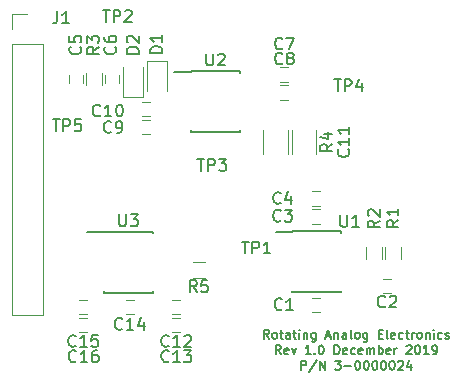
<source format=gbr>
G04 #@! TF.GenerationSoftware,KiCad,Pcbnew,(5.1.4)-1*
G04 #@! TF.CreationDate,2019-12-30T10:40:50-06:00*
G04 #@! TF.ProjectId,analog_pcb,616e616c-6f67-45f7-9063-622e6b696361,rev?*
G04 #@! TF.SameCoordinates,Original*
G04 #@! TF.FileFunction,Legend,Top*
G04 #@! TF.FilePolarity,Positive*
%FSLAX46Y46*%
G04 Gerber Fmt 4.6, Leading zero omitted, Abs format (unit mm)*
G04 Created by KiCad (PCBNEW (5.1.4)-1) date 2019-12-30 10:40:50*
%MOMM*%
%LPD*%
G04 APERTURE LIST*
%ADD10C,0.177800*%
%ADD11C,0.120000*%
%ADD12C,0.150000*%
G04 APERTURE END LIST*
D10*
X137377714Y-93003914D02*
X137123714Y-92641057D01*
X136942285Y-93003914D02*
X136942285Y-92241914D01*
X137232571Y-92241914D01*
X137305142Y-92278200D01*
X137341428Y-92314485D01*
X137377714Y-92387057D01*
X137377714Y-92495914D01*
X137341428Y-92568485D01*
X137305142Y-92604771D01*
X137232571Y-92641057D01*
X136942285Y-92641057D01*
X137813142Y-93003914D02*
X137740571Y-92967628D01*
X137704285Y-92931342D01*
X137668000Y-92858771D01*
X137668000Y-92641057D01*
X137704285Y-92568485D01*
X137740571Y-92532200D01*
X137813142Y-92495914D01*
X137922000Y-92495914D01*
X137994571Y-92532200D01*
X138030857Y-92568485D01*
X138067142Y-92641057D01*
X138067142Y-92858771D01*
X138030857Y-92931342D01*
X137994571Y-92967628D01*
X137922000Y-93003914D01*
X137813142Y-93003914D01*
X138284857Y-92495914D02*
X138575142Y-92495914D01*
X138393714Y-92241914D02*
X138393714Y-92895057D01*
X138430000Y-92967628D01*
X138502571Y-93003914D01*
X138575142Y-93003914D01*
X139155714Y-93003914D02*
X139155714Y-92604771D01*
X139119428Y-92532200D01*
X139046857Y-92495914D01*
X138901714Y-92495914D01*
X138829142Y-92532200D01*
X139155714Y-92967628D02*
X139083142Y-93003914D01*
X138901714Y-93003914D01*
X138829142Y-92967628D01*
X138792857Y-92895057D01*
X138792857Y-92822485D01*
X138829142Y-92749914D01*
X138901714Y-92713628D01*
X139083142Y-92713628D01*
X139155714Y-92677342D01*
X139409714Y-92495914D02*
X139700000Y-92495914D01*
X139518571Y-92241914D02*
X139518571Y-92895057D01*
X139554857Y-92967628D01*
X139627428Y-93003914D01*
X139700000Y-93003914D01*
X139954000Y-93003914D02*
X139954000Y-92495914D01*
X139954000Y-92241914D02*
X139917714Y-92278200D01*
X139954000Y-92314485D01*
X139990285Y-92278200D01*
X139954000Y-92241914D01*
X139954000Y-92314485D01*
X140316857Y-92495914D02*
X140316857Y-93003914D01*
X140316857Y-92568485D02*
X140353142Y-92532200D01*
X140425714Y-92495914D01*
X140534571Y-92495914D01*
X140607142Y-92532200D01*
X140643428Y-92604771D01*
X140643428Y-93003914D01*
X141332857Y-92495914D02*
X141332857Y-93112771D01*
X141296571Y-93185342D01*
X141260285Y-93221628D01*
X141187714Y-93257914D01*
X141078857Y-93257914D01*
X141006285Y-93221628D01*
X141332857Y-92967628D02*
X141260285Y-93003914D01*
X141115142Y-93003914D01*
X141042571Y-92967628D01*
X141006285Y-92931342D01*
X140970000Y-92858771D01*
X140970000Y-92641057D01*
X141006285Y-92568485D01*
X141042571Y-92532200D01*
X141115142Y-92495914D01*
X141260285Y-92495914D01*
X141332857Y-92532200D01*
X142240000Y-92786200D02*
X142602857Y-92786200D01*
X142167428Y-93003914D02*
X142421428Y-92241914D01*
X142675428Y-93003914D01*
X142929428Y-92495914D02*
X142929428Y-93003914D01*
X142929428Y-92568485D02*
X142965714Y-92532200D01*
X143038285Y-92495914D01*
X143147142Y-92495914D01*
X143219714Y-92532200D01*
X143256000Y-92604771D01*
X143256000Y-93003914D01*
X143945428Y-93003914D02*
X143945428Y-92604771D01*
X143909142Y-92532200D01*
X143836571Y-92495914D01*
X143691428Y-92495914D01*
X143618857Y-92532200D01*
X143945428Y-92967628D02*
X143872857Y-93003914D01*
X143691428Y-93003914D01*
X143618857Y-92967628D01*
X143582571Y-92895057D01*
X143582571Y-92822485D01*
X143618857Y-92749914D01*
X143691428Y-92713628D01*
X143872857Y-92713628D01*
X143945428Y-92677342D01*
X144417142Y-93003914D02*
X144344571Y-92967628D01*
X144308285Y-92895057D01*
X144308285Y-92241914D01*
X144816285Y-93003914D02*
X144743714Y-92967628D01*
X144707428Y-92931342D01*
X144671142Y-92858771D01*
X144671142Y-92641057D01*
X144707428Y-92568485D01*
X144743714Y-92532200D01*
X144816285Y-92495914D01*
X144925142Y-92495914D01*
X144997714Y-92532200D01*
X145034000Y-92568485D01*
X145070285Y-92641057D01*
X145070285Y-92858771D01*
X145034000Y-92931342D01*
X144997714Y-92967628D01*
X144925142Y-93003914D01*
X144816285Y-93003914D01*
X145723428Y-92495914D02*
X145723428Y-93112771D01*
X145687142Y-93185342D01*
X145650857Y-93221628D01*
X145578285Y-93257914D01*
X145469428Y-93257914D01*
X145396857Y-93221628D01*
X145723428Y-92967628D02*
X145650857Y-93003914D01*
X145505714Y-93003914D01*
X145433142Y-92967628D01*
X145396857Y-92931342D01*
X145360571Y-92858771D01*
X145360571Y-92641057D01*
X145396857Y-92568485D01*
X145433142Y-92532200D01*
X145505714Y-92495914D01*
X145650857Y-92495914D01*
X145723428Y-92532200D01*
X146666857Y-92604771D02*
X146920857Y-92604771D01*
X147029714Y-93003914D02*
X146666857Y-93003914D01*
X146666857Y-92241914D01*
X147029714Y-92241914D01*
X147465142Y-93003914D02*
X147392571Y-92967628D01*
X147356285Y-92895057D01*
X147356285Y-92241914D01*
X148045714Y-92967628D02*
X147973142Y-93003914D01*
X147828000Y-93003914D01*
X147755428Y-92967628D01*
X147719142Y-92895057D01*
X147719142Y-92604771D01*
X147755428Y-92532200D01*
X147828000Y-92495914D01*
X147973142Y-92495914D01*
X148045714Y-92532200D01*
X148082000Y-92604771D01*
X148082000Y-92677342D01*
X147719142Y-92749914D01*
X148735142Y-92967628D02*
X148662571Y-93003914D01*
X148517428Y-93003914D01*
X148444857Y-92967628D01*
X148408571Y-92931342D01*
X148372285Y-92858771D01*
X148372285Y-92641057D01*
X148408571Y-92568485D01*
X148444857Y-92532200D01*
X148517428Y-92495914D01*
X148662571Y-92495914D01*
X148735142Y-92532200D01*
X148952857Y-92495914D02*
X149243142Y-92495914D01*
X149061714Y-92241914D02*
X149061714Y-92895057D01*
X149098000Y-92967628D01*
X149170571Y-93003914D01*
X149243142Y-93003914D01*
X149497142Y-93003914D02*
X149497142Y-92495914D01*
X149497142Y-92641057D02*
X149533428Y-92568485D01*
X149569714Y-92532200D01*
X149642285Y-92495914D01*
X149714857Y-92495914D01*
X150077714Y-93003914D02*
X150005142Y-92967628D01*
X149968857Y-92931342D01*
X149932571Y-92858771D01*
X149932571Y-92641057D01*
X149968857Y-92568485D01*
X150005142Y-92532200D01*
X150077714Y-92495914D01*
X150186571Y-92495914D01*
X150259142Y-92532200D01*
X150295428Y-92568485D01*
X150331714Y-92641057D01*
X150331714Y-92858771D01*
X150295428Y-92931342D01*
X150259142Y-92967628D01*
X150186571Y-93003914D01*
X150077714Y-93003914D01*
X150658285Y-92495914D02*
X150658285Y-93003914D01*
X150658285Y-92568485D02*
X150694571Y-92532200D01*
X150767142Y-92495914D01*
X150876000Y-92495914D01*
X150948571Y-92532200D01*
X150984857Y-92604771D01*
X150984857Y-93003914D01*
X151347714Y-93003914D02*
X151347714Y-92495914D01*
X151347714Y-92241914D02*
X151311428Y-92278200D01*
X151347714Y-92314485D01*
X151384000Y-92278200D01*
X151347714Y-92241914D01*
X151347714Y-92314485D01*
X152037142Y-92967628D02*
X151964571Y-93003914D01*
X151819428Y-93003914D01*
X151746857Y-92967628D01*
X151710571Y-92931342D01*
X151674285Y-92858771D01*
X151674285Y-92641057D01*
X151710571Y-92568485D01*
X151746857Y-92532200D01*
X151819428Y-92495914D01*
X151964571Y-92495914D01*
X152037142Y-92532200D01*
X152327428Y-92967628D02*
X152400000Y-93003914D01*
X152545142Y-93003914D01*
X152617714Y-92967628D01*
X152654000Y-92895057D01*
X152654000Y-92858771D01*
X152617714Y-92786200D01*
X152545142Y-92749914D01*
X152436285Y-92749914D01*
X152363714Y-92713628D01*
X152327428Y-92641057D01*
X152327428Y-92604771D01*
X152363714Y-92532200D01*
X152436285Y-92495914D01*
X152545142Y-92495914D01*
X152617714Y-92532200D01*
X138393714Y-94324714D02*
X138139714Y-93961857D01*
X137958285Y-94324714D02*
X137958285Y-93562714D01*
X138248571Y-93562714D01*
X138321142Y-93599000D01*
X138357428Y-93635285D01*
X138393714Y-93707857D01*
X138393714Y-93816714D01*
X138357428Y-93889285D01*
X138321142Y-93925571D01*
X138248571Y-93961857D01*
X137958285Y-93961857D01*
X139010571Y-94288428D02*
X138938000Y-94324714D01*
X138792857Y-94324714D01*
X138720285Y-94288428D01*
X138684000Y-94215857D01*
X138684000Y-93925571D01*
X138720285Y-93853000D01*
X138792857Y-93816714D01*
X138938000Y-93816714D01*
X139010571Y-93853000D01*
X139046857Y-93925571D01*
X139046857Y-93998142D01*
X138684000Y-94070714D01*
X139300857Y-93816714D02*
X139482285Y-94324714D01*
X139663714Y-93816714D01*
X140933714Y-94324714D02*
X140498285Y-94324714D01*
X140716000Y-94324714D02*
X140716000Y-93562714D01*
X140643428Y-93671571D01*
X140570857Y-93744142D01*
X140498285Y-93780428D01*
X141260285Y-94252142D02*
X141296571Y-94288428D01*
X141260285Y-94324714D01*
X141224000Y-94288428D01*
X141260285Y-94252142D01*
X141260285Y-94324714D01*
X141768285Y-93562714D02*
X141840857Y-93562714D01*
X141913428Y-93599000D01*
X141949714Y-93635285D01*
X141986000Y-93707857D01*
X142022285Y-93853000D01*
X142022285Y-94034428D01*
X141986000Y-94179571D01*
X141949714Y-94252142D01*
X141913428Y-94288428D01*
X141840857Y-94324714D01*
X141768285Y-94324714D01*
X141695714Y-94288428D01*
X141659428Y-94252142D01*
X141623142Y-94179571D01*
X141586857Y-94034428D01*
X141586857Y-93853000D01*
X141623142Y-93707857D01*
X141659428Y-93635285D01*
X141695714Y-93599000D01*
X141768285Y-93562714D01*
X142929428Y-94324714D02*
X142929428Y-93562714D01*
X143110857Y-93562714D01*
X143219714Y-93599000D01*
X143292285Y-93671571D01*
X143328571Y-93744142D01*
X143364857Y-93889285D01*
X143364857Y-93998142D01*
X143328571Y-94143285D01*
X143292285Y-94215857D01*
X143219714Y-94288428D01*
X143110857Y-94324714D01*
X142929428Y-94324714D01*
X143981714Y-94288428D02*
X143909142Y-94324714D01*
X143764000Y-94324714D01*
X143691428Y-94288428D01*
X143655142Y-94215857D01*
X143655142Y-93925571D01*
X143691428Y-93853000D01*
X143764000Y-93816714D01*
X143909142Y-93816714D01*
X143981714Y-93853000D01*
X144018000Y-93925571D01*
X144018000Y-93998142D01*
X143655142Y-94070714D01*
X144671142Y-94288428D02*
X144598571Y-94324714D01*
X144453428Y-94324714D01*
X144380857Y-94288428D01*
X144344571Y-94252142D01*
X144308285Y-94179571D01*
X144308285Y-93961857D01*
X144344571Y-93889285D01*
X144380857Y-93853000D01*
X144453428Y-93816714D01*
X144598571Y-93816714D01*
X144671142Y-93853000D01*
X145288000Y-94288428D02*
X145215428Y-94324714D01*
X145070285Y-94324714D01*
X144997714Y-94288428D01*
X144961428Y-94215857D01*
X144961428Y-93925571D01*
X144997714Y-93853000D01*
X145070285Y-93816714D01*
X145215428Y-93816714D01*
X145288000Y-93853000D01*
X145324285Y-93925571D01*
X145324285Y-93998142D01*
X144961428Y-94070714D01*
X145650857Y-94324714D02*
X145650857Y-93816714D01*
X145650857Y-93889285D02*
X145687142Y-93853000D01*
X145759714Y-93816714D01*
X145868571Y-93816714D01*
X145941142Y-93853000D01*
X145977428Y-93925571D01*
X145977428Y-94324714D01*
X145977428Y-93925571D02*
X146013714Y-93853000D01*
X146086285Y-93816714D01*
X146195142Y-93816714D01*
X146267714Y-93853000D01*
X146304000Y-93925571D01*
X146304000Y-94324714D01*
X146666857Y-94324714D02*
X146666857Y-93562714D01*
X146666857Y-93853000D02*
X146739428Y-93816714D01*
X146884571Y-93816714D01*
X146957142Y-93853000D01*
X146993428Y-93889285D01*
X147029714Y-93961857D01*
X147029714Y-94179571D01*
X146993428Y-94252142D01*
X146957142Y-94288428D01*
X146884571Y-94324714D01*
X146739428Y-94324714D01*
X146666857Y-94288428D01*
X147646571Y-94288428D02*
X147574000Y-94324714D01*
X147428857Y-94324714D01*
X147356285Y-94288428D01*
X147320000Y-94215857D01*
X147320000Y-93925571D01*
X147356285Y-93853000D01*
X147428857Y-93816714D01*
X147574000Y-93816714D01*
X147646571Y-93853000D01*
X147682857Y-93925571D01*
X147682857Y-93998142D01*
X147320000Y-94070714D01*
X148009428Y-94324714D02*
X148009428Y-93816714D01*
X148009428Y-93961857D02*
X148045714Y-93889285D01*
X148082000Y-93853000D01*
X148154571Y-93816714D01*
X148227142Y-93816714D01*
X149025428Y-93635285D02*
X149061714Y-93599000D01*
X149134285Y-93562714D01*
X149315714Y-93562714D01*
X149388285Y-93599000D01*
X149424571Y-93635285D01*
X149460857Y-93707857D01*
X149460857Y-93780428D01*
X149424571Y-93889285D01*
X148989142Y-94324714D01*
X149460857Y-94324714D01*
X149932571Y-93562714D02*
X150005142Y-93562714D01*
X150077714Y-93599000D01*
X150114000Y-93635285D01*
X150150285Y-93707857D01*
X150186571Y-93853000D01*
X150186571Y-94034428D01*
X150150285Y-94179571D01*
X150114000Y-94252142D01*
X150077714Y-94288428D01*
X150005142Y-94324714D01*
X149932571Y-94324714D01*
X149860000Y-94288428D01*
X149823714Y-94252142D01*
X149787428Y-94179571D01*
X149751142Y-94034428D01*
X149751142Y-93853000D01*
X149787428Y-93707857D01*
X149823714Y-93635285D01*
X149860000Y-93599000D01*
X149932571Y-93562714D01*
X150912285Y-94324714D02*
X150476857Y-94324714D01*
X150694571Y-94324714D02*
X150694571Y-93562714D01*
X150622000Y-93671571D01*
X150549428Y-93744142D01*
X150476857Y-93780428D01*
X151275142Y-94324714D02*
X151420285Y-94324714D01*
X151492857Y-94288428D01*
X151529142Y-94252142D01*
X151601714Y-94143285D01*
X151638000Y-93998142D01*
X151638000Y-93707857D01*
X151601714Y-93635285D01*
X151565428Y-93599000D01*
X151492857Y-93562714D01*
X151347714Y-93562714D01*
X151275142Y-93599000D01*
X151238857Y-93635285D01*
X151202571Y-93707857D01*
X151202571Y-93889285D01*
X151238857Y-93961857D01*
X151275142Y-93998142D01*
X151347714Y-94034428D01*
X151492857Y-94034428D01*
X151565428Y-93998142D01*
X151601714Y-93961857D01*
X151638000Y-93889285D01*
X140117285Y-95645514D02*
X140117285Y-94883514D01*
X140407571Y-94883514D01*
X140480142Y-94919800D01*
X140516428Y-94956085D01*
X140552714Y-95028657D01*
X140552714Y-95137514D01*
X140516428Y-95210085D01*
X140480142Y-95246371D01*
X140407571Y-95282657D01*
X140117285Y-95282657D01*
X141423571Y-94847228D02*
X140770428Y-95826942D01*
X141677571Y-95645514D02*
X141677571Y-94883514D01*
X142113000Y-95645514D01*
X142113000Y-94883514D01*
X142983857Y-94883514D02*
X143455571Y-94883514D01*
X143201571Y-95173800D01*
X143310428Y-95173800D01*
X143383000Y-95210085D01*
X143419285Y-95246371D01*
X143455571Y-95318942D01*
X143455571Y-95500371D01*
X143419285Y-95572942D01*
X143383000Y-95609228D01*
X143310428Y-95645514D01*
X143092714Y-95645514D01*
X143020142Y-95609228D01*
X142983857Y-95572942D01*
X143782142Y-95355228D02*
X144362714Y-95355228D01*
X144870714Y-94883514D02*
X144943285Y-94883514D01*
X145015857Y-94919800D01*
X145052142Y-94956085D01*
X145088428Y-95028657D01*
X145124714Y-95173800D01*
X145124714Y-95355228D01*
X145088428Y-95500371D01*
X145052142Y-95572942D01*
X145015857Y-95609228D01*
X144943285Y-95645514D01*
X144870714Y-95645514D01*
X144798142Y-95609228D01*
X144761857Y-95572942D01*
X144725571Y-95500371D01*
X144689285Y-95355228D01*
X144689285Y-95173800D01*
X144725571Y-95028657D01*
X144761857Y-94956085D01*
X144798142Y-94919800D01*
X144870714Y-94883514D01*
X145596428Y-94883514D02*
X145669000Y-94883514D01*
X145741571Y-94919800D01*
X145777857Y-94956085D01*
X145814142Y-95028657D01*
X145850428Y-95173800D01*
X145850428Y-95355228D01*
X145814142Y-95500371D01*
X145777857Y-95572942D01*
X145741571Y-95609228D01*
X145669000Y-95645514D01*
X145596428Y-95645514D01*
X145523857Y-95609228D01*
X145487571Y-95572942D01*
X145451285Y-95500371D01*
X145415000Y-95355228D01*
X145415000Y-95173800D01*
X145451285Y-95028657D01*
X145487571Y-94956085D01*
X145523857Y-94919800D01*
X145596428Y-94883514D01*
X146322142Y-94883514D02*
X146394714Y-94883514D01*
X146467285Y-94919800D01*
X146503571Y-94956085D01*
X146539857Y-95028657D01*
X146576142Y-95173800D01*
X146576142Y-95355228D01*
X146539857Y-95500371D01*
X146503571Y-95572942D01*
X146467285Y-95609228D01*
X146394714Y-95645514D01*
X146322142Y-95645514D01*
X146249571Y-95609228D01*
X146213285Y-95572942D01*
X146177000Y-95500371D01*
X146140714Y-95355228D01*
X146140714Y-95173800D01*
X146177000Y-95028657D01*
X146213285Y-94956085D01*
X146249571Y-94919800D01*
X146322142Y-94883514D01*
X147047857Y-94883514D02*
X147120428Y-94883514D01*
X147193000Y-94919800D01*
X147229285Y-94956085D01*
X147265571Y-95028657D01*
X147301857Y-95173800D01*
X147301857Y-95355228D01*
X147265571Y-95500371D01*
X147229285Y-95572942D01*
X147193000Y-95609228D01*
X147120428Y-95645514D01*
X147047857Y-95645514D01*
X146975285Y-95609228D01*
X146939000Y-95572942D01*
X146902714Y-95500371D01*
X146866428Y-95355228D01*
X146866428Y-95173800D01*
X146902714Y-95028657D01*
X146939000Y-94956085D01*
X146975285Y-94919800D01*
X147047857Y-94883514D01*
X147773571Y-94883514D02*
X147846142Y-94883514D01*
X147918714Y-94919800D01*
X147955000Y-94956085D01*
X147991285Y-95028657D01*
X148027571Y-95173800D01*
X148027571Y-95355228D01*
X147991285Y-95500371D01*
X147955000Y-95572942D01*
X147918714Y-95609228D01*
X147846142Y-95645514D01*
X147773571Y-95645514D01*
X147701000Y-95609228D01*
X147664714Y-95572942D01*
X147628428Y-95500371D01*
X147592142Y-95355228D01*
X147592142Y-95173800D01*
X147628428Y-95028657D01*
X147664714Y-94956085D01*
X147701000Y-94919800D01*
X147773571Y-94883514D01*
X148317857Y-94956085D02*
X148354142Y-94919800D01*
X148426714Y-94883514D01*
X148608142Y-94883514D01*
X148680714Y-94919800D01*
X148717000Y-94956085D01*
X148753285Y-95028657D01*
X148753285Y-95101228D01*
X148717000Y-95210085D01*
X148281571Y-95645514D01*
X148753285Y-95645514D01*
X149406428Y-95137514D02*
X149406428Y-95645514D01*
X149225000Y-94847228D02*
X149043571Y-95391514D01*
X149515285Y-95391514D01*
D11*
X141750000Y-90750000D02*
X141050000Y-90750000D01*
X141050000Y-89550000D02*
X141750000Y-89550000D01*
X147739700Y-89150300D02*
X147039700Y-89150300D01*
X147039700Y-87950300D02*
X147739700Y-87950300D01*
X141034300Y-82070700D02*
X141734300Y-82070700D01*
X141734300Y-83270700D02*
X141034300Y-83270700D01*
X141734300Y-81746700D02*
X141034300Y-81746700D01*
X141034300Y-80546700D02*
X141734300Y-80546700D01*
X120438700Y-71381300D02*
X120438700Y-70681300D01*
X121638700Y-70681300D02*
X121638700Y-71381300D01*
X124686700Y-70681300D02*
X124686700Y-71381300D01*
X123486700Y-71381300D02*
X123486700Y-70681300D01*
X138341700Y-70050300D02*
X139041700Y-70050300D01*
X139041700Y-71250300D02*
X138341700Y-71250300D01*
X138341700Y-71574300D02*
X139041700Y-71574300D01*
X139041700Y-72774300D02*
X138341700Y-72774300D01*
X126657700Y-74495300D02*
X127357700Y-74495300D01*
X127357700Y-75695300D02*
X126657700Y-75695300D01*
X126657700Y-72971300D02*
X127357700Y-72971300D01*
X127357700Y-74171300D02*
X126657700Y-74171300D01*
X139322700Y-75365300D02*
X139322700Y-77365300D01*
X141362700Y-77365300D02*
X141362700Y-75365300D01*
X129893700Y-90948300D02*
X129193700Y-90948300D01*
X129193700Y-89748300D02*
X129893700Y-89748300D01*
X129893700Y-92472300D02*
X129193700Y-92472300D01*
X129193700Y-91272300D02*
X129893700Y-91272300D01*
X125956700Y-90948300D02*
X125256700Y-90948300D01*
X125256700Y-89748300D02*
X125956700Y-89748300D01*
X121319700Y-89748300D02*
X122019700Y-89748300D01*
X122019700Y-90948300D02*
X121319700Y-90948300D01*
X121319700Y-91272300D02*
X122019700Y-91272300D01*
X122019700Y-92472300D02*
X121319700Y-92472300D01*
X128746700Y-69531300D02*
X127046700Y-69531300D01*
X127046700Y-69531300D02*
X127046700Y-72081300D01*
X128746700Y-69531300D02*
X128746700Y-72081300D01*
X125014700Y-72531300D02*
X125014700Y-69981300D01*
X126714700Y-72531300D02*
X126714700Y-69981300D01*
X125014700Y-72531300D02*
X126714700Y-72531300D01*
X115610000Y-65510000D02*
X116940000Y-65510000D01*
X115610000Y-66840000D02*
X115610000Y-65510000D01*
X115610000Y-68110000D02*
X118270000Y-68110000D01*
X118270000Y-68110000D02*
X118270000Y-91030000D01*
X115610000Y-68110000D02*
X115610000Y-91030000D01*
X115610000Y-91030000D02*
X118270000Y-91030000D01*
X148580000Y-85250000D02*
X148580000Y-86250000D01*
X147220000Y-86250000D02*
X147220000Y-85250000D01*
X146980000Y-85250000D02*
X146980000Y-86250000D01*
X145620000Y-86250000D02*
X145620000Y-85250000D01*
X121882700Y-71531300D02*
X121882700Y-70531300D01*
X123242700Y-70531300D02*
X123242700Y-71531300D01*
X138999700Y-75365300D02*
X138999700Y-77365300D01*
X136859700Y-77365300D02*
X136859700Y-75365300D01*
X130948700Y-86493300D02*
X131948700Y-86493300D01*
X131948700Y-87853300D02*
X130948700Y-87853300D01*
D12*
X139345700Y-83943300D02*
X139345700Y-83993300D01*
X143495700Y-83943300D02*
X143495700Y-84088300D01*
X143495700Y-89093300D02*
X143495700Y-88948300D01*
X139345700Y-89093300D02*
X139345700Y-88948300D01*
X139345700Y-83943300D02*
X143495700Y-83943300D01*
X139345700Y-89093300D02*
X143495700Y-89093300D01*
X139345700Y-83993300D02*
X137945700Y-83993300D01*
X130774700Y-70411300D02*
X129374700Y-70411300D01*
X130774700Y-75511300D02*
X134924700Y-75511300D01*
X130774700Y-70361300D02*
X134924700Y-70361300D01*
X130774700Y-75511300D02*
X130774700Y-75366300D01*
X134924700Y-75511300D02*
X134924700Y-75366300D01*
X134924700Y-70361300D02*
X134924700Y-70506300D01*
X130774700Y-70361300D02*
X130774700Y-70411300D01*
X123404700Y-84013300D02*
X122004700Y-84013300D01*
X123404700Y-89113300D02*
X127554700Y-89113300D01*
X123404700Y-83963300D02*
X127554700Y-83963300D01*
X123404700Y-89113300D02*
X123404700Y-88968300D01*
X127554700Y-89113300D02*
X127554700Y-88968300D01*
X127554700Y-83963300D02*
X127554700Y-84108300D01*
X123404700Y-83963300D02*
X123404700Y-84013300D01*
X138483333Y-90507142D02*
X138435714Y-90554761D01*
X138292857Y-90602380D01*
X138197619Y-90602380D01*
X138054761Y-90554761D01*
X137959523Y-90459523D01*
X137911904Y-90364285D01*
X137864285Y-90173809D01*
X137864285Y-90030952D01*
X137911904Y-89840476D01*
X137959523Y-89745238D01*
X138054761Y-89650000D01*
X138197619Y-89602380D01*
X138292857Y-89602380D01*
X138435714Y-89650000D01*
X138483333Y-89697619D01*
X139435714Y-90602380D02*
X138864285Y-90602380D01*
X139150000Y-90602380D02*
X139150000Y-89602380D01*
X139054761Y-89745238D01*
X138959523Y-89840476D01*
X138864285Y-89888095D01*
X147223033Y-90273142D02*
X147175414Y-90320761D01*
X147032557Y-90368380D01*
X146937319Y-90368380D01*
X146794461Y-90320761D01*
X146699223Y-90225523D01*
X146651604Y-90130285D01*
X146603985Y-89939809D01*
X146603985Y-89796952D01*
X146651604Y-89606476D01*
X146699223Y-89511238D01*
X146794461Y-89416000D01*
X146937319Y-89368380D01*
X147032557Y-89368380D01*
X147175414Y-89416000D01*
X147223033Y-89463619D01*
X147603985Y-89463619D02*
X147651604Y-89416000D01*
X147746842Y-89368380D01*
X147984938Y-89368380D01*
X148080176Y-89416000D01*
X148127795Y-89463619D01*
X148175414Y-89558857D01*
X148175414Y-89654095D01*
X148127795Y-89796952D01*
X147556366Y-90368380D01*
X148175414Y-90368380D01*
X138383333Y-83007142D02*
X138335714Y-83054761D01*
X138192857Y-83102380D01*
X138097619Y-83102380D01*
X137954761Y-83054761D01*
X137859523Y-82959523D01*
X137811904Y-82864285D01*
X137764285Y-82673809D01*
X137764285Y-82530952D01*
X137811904Y-82340476D01*
X137859523Y-82245238D01*
X137954761Y-82150000D01*
X138097619Y-82102380D01*
X138192857Y-82102380D01*
X138335714Y-82150000D01*
X138383333Y-82197619D01*
X138716666Y-82102380D02*
X139335714Y-82102380D01*
X139002380Y-82483333D01*
X139145238Y-82483333D01*
X139240476Y-82530952D01*
X139288095Y-82578571D01*
X139335714Y-82673809D01*
X139335714Y-82911904D01*
X139288095Y-83007142D01*
X139240476Y-83054761D01*
X139145238Y-83102380D01*
X138859523Y-83102380D01*
X138764285Y-83054761D01*
X138716666Y-83007142D01*
X138383333Y-81507142D02*
X138335714Y-81554761D01*
X138192857Y-81602380D01*
X138097619Y-81602380D01*
X137954761Y-81554761D01*
X137859523Y-81459523D01*
X137811904Y-81364285D01*
X137764285Y-81173809D01*
X137764285Y-81030952D01*
X137811904Y-80840476D01*
X137859523Y-80745238D01*
X137954761Y-80650000D01*
X138097619Y-80602380D01*
X138192857Y-80602380D01*
X138335714Y-80650000D01*
X138383333Y-80697619D01*
X139240476Y-80935714D02*
X139240476Y-81602380D01*
X139002380Y-80554761D02*
X138764285Y-81269047D01*
X139383333Y-81269047D01*
X121407142Y-68316666D02*
X121454761Y-68364285D01*
X121502380Y-68507142D01*
X121502380Y-68602380D01*
X121454761Y-68745238D01*
X121359523Y-68840476D01*
X121264285Y-68888095D01*
X121073809Y-68935714D01*
X120930952Y-68935714D01*
X120740476Y-68888095D01*
X120645238Y-68840476D01*
X120550000Y-68745238D01*
X120502380Y-68602380D01*
X120502380Y-68507142D01*
X120550000Y-68364285D01*
X120597619Y-68316666D01*
X120502380Y-67411904D02*
X120502380Y-67888095D01*
X120978571Y-67935714D01*
X120930952Y-67888095D01*
X120883333Y-67792857D01*
X120883333Y-67554761D01*
X120930952Y-67459523D01*
X120978571Y-67411904D01*
X121073809Y-67364285D01*
X121311904Y-67364285D01*
X121407142Y-67411904D01*
X121454761Y-67459523D01*
X121502380Y-67554761D01*
X121502380Y-67792857D01*
X121454761Y-67888095D01*
X121407142Y-67935714D01*
X124357142Y-68316666D02*
X124404761Y-68364285D01*
X124452380Y-68507142D01*
X124452380Y-68602380D01*
X124404761Y-68745238D01*
X124309523Y-68840476D01*
X124214285Y-68888095D01*
X124023809Y-68935714D01*
X123880952Y-68935714D01*
X123690476Y-68888095D01*
X123595238Y-68840476D01*
X123500000Y-68745238D01*
X123452380Y-68602380D01*
X123452380Y-68507142D01*
X123500000Y-68364285D01*
X123547619Y-68316666D01*
X123452380Y-67459523D02*
X123452380Y-67650000D01*
X123500000Y-67745238D01*
X123547619Y-67792857D01*
X123690476Y-67888095D01*
X123880952Y-67935714D01*
X124261904Y-67935714D01*
X124357142Y-67888095D01*
X124404761Y-67840476D01*
X124452380Y-67745238D01*
X124452380Y-67554761D01*
X124404761Y-67459523D01*
X124357142Y-67411904D01*
X124261904Y-67364285D01*
X124023809Y-67364285D01*
X123928571Y-67411904D01*
X123880952Y-67459523D01*
X123833333Y-67554761D01*
X123833333Y-67745238D01*
X123880952Y-67840476D01*
X123928571Y-67888095D01*
X124023809Y-67935714D01*
X138525033Y-68429142D02*
X138477414Y-68476761D01*
X138334557Y-68524380D01*
X138239319Y-68524380D01*
X138096461Y-68476761D01*
X138001223Y-68381523D01*
X137953604Y-68286285D01*
X137905985Y-68095809D01*
X137905985Y-67952952D01*
X137953604Y-67762476D01*
X138001223Y-67667238D01*
X138096461Y-67572000D01*
X138239319Y-67524380D01*
X138334557Y-67524380D01*
X138477414Y-67572000D01*
X138525033Y-67619619D01*
X138858366Y-67524380D02*
X139525033Y-67524380D01*
X139096461Y-68524380D01*
X138525033Y-69699142D02*
X138477414Y-69746761D01*
X138334557Y-69794380D01*
X138239319Y-69794380D01*
X138096461Y-69746761D01*
X138001223Y-69651523D01*
X137953604Y-69556285D01*
X137905985Y-69365809D01*
X137905985Y-69222952D01*
X137953604Y-69032476D01*
X138001223Y-68937238D01*
X138096461Y-68842000D01*
X138239319Y-68794380D01*
X138334557Y-68794380D01*
X138477414Y-68842000D01*
X138525033Y-68889619D01*
X139096461Y-69222952D02*
X139001223Y-69175333D01*
X138953604Y-69127714D01*
X138905985Y-69032476D01*
X138905985Y-68984857D01*
X138953604Y-68889619D01*
X139001223Y-68842000D01*
X139096461Y-68794380D01*
X139286938Y-68794380D01*
X139382176Y-68842000D01*
X139429795Y-68889619D01*
X139477414Y-68984857D01*
X139477414Y-69032476D01*
X139429795Y-69127714D01*
X139382176Y-69175333D01*
X139286938Y-69222952D01*
X139096461Y-69222952D01*
X139001223Y-69270571D01*
X138953604Y-69318190D01*
X138905985Y-69413428D01*
X138905985Y-69603904D01*
X138953604Y-69699142D01*
X139001223Y-69746761D01*
X139096461Y-69794380D01*
X139286938Y-69794380D01*
X139382176Y-69746761D01*
X139429795Y-69699142D01*
X139477414Y-69603904D01*
X139477414Y-69413428D01*
X139429795Y-69318190D01*
X139382176Y-69270571D01*
X139286938Y-69222952D01*
X124033333Y-75507142D02*
X123985714Y-75554761D01*
X123842857Y-75602380D01*
X123747619Y-75602380D01*
X123604761Y-75554761D01*
X123509523Y-75459523D01*
X123461904Y-75364285D01*
X123414285Y-75173809D01*
X123414285Y-75030952D01*
X123461904Y-74840476D01*
X123509523Y-74745238D01*
X123604761Y-74650000D01*
X123747619Y-74602380D01*
X123842857Y-74602380D01*
X123985714Y-74650000D01*
X124033333Y-74697619D01*
X124509523Y-75602380D02*
X124700000Y-75602380D01*
X124795238Y-75554761D01*
X124842857Y-75507142D01*
X124938095Y-75364285D01*
X124985714Y-75173809D01*
X124985714Y-74792857D01*
X124938095Y-74697619D01*
X124890476Y-74650000D01*
X124795238Y-74602380D01*
X124604761Y-74602380D01*
X124509523Y-74650000D01*
X124461904Y-74697619D01*
X124414285Y-74792857D01*
X124414285Y-75030952D01*
X124461904Y-75126190D01*
X124509523Y-75173809D01*
X124604761Y-75221428D01*
X124795238Y-75221428D01*
X124890476Y-75173809D01*
X124938095Y-75126190D01*
X124985714Y-75030952D01*
X123107142Y-74107142D02*
X123059523Y-74154761D01*
X122916666Y-74202380D01*
X122821428Y-74202380D01*
X122678571Y-74154761D01*
X122583333Y-74059523D01*
X122535714Y-73964285D01*
X122488095Y-73773809D01*
X122488095Y-73630952D01*
X122535714Y-73440476D01*
X122583333Y-73345238D01*
X122678571Y-73250000D01*
X122821428Y-73202380D01*
X122916666Y-73202380D01*
X123059523Y-73250000D01*
X123107142Y-73297619D01*
X124059523Y-74202380D02*
X123488095Y-74202380D01*
X123773809Y-74202380D02*
X123773809Y-73202380D01*
X123678571Y-73345238D01*
X123583333Y-73440476D01*
X123488095Y-73488095D01*
X124678571Y-73202380D02*
X124773809Y-73202380D01*
X124869047Y-73250000D01*
X124916666Y-73297619D01*
X124964285Y-73392857D01*
X125011904Y-73583333D01*
X125011904Y-73821428D01*
X124964285Y-74011904D01*
X124916666Y-74107142D01*
X124869047Y-74154761D01*
X124773809Y-74202380D01*
X124678571Y-74202380D01*
X124583333Y-74154761D01*
X124535714Y-74107142D01*
X124488095Y-74011904D01*
X124440476Y-73821428D01*
X124440476Y-73583333D01*
X124488095Y-73392857D01*
X124535714Y-73297619D01*
X124583333Y-73250000D01*
X124678571Y-73202380D01*
X144107142Y-76992857D02*
X144154761Y-77040476D01*
X144202380Y-77183333D01*
X144202380Y-77278571D01*
X144154761Y-77421428D01*
X144059523Y-77516666D01*
X143964285Y-77564285D01*
X143773809Y-77611904D01*
X143630952Y-77611904D01*
X143440476Y-77564285D01*
X143345238Y-77516666D01*
X143250000Y-77421428D01*
X143202380Y-77278571D01*
X143202380Y-77183333D01*
X143250000Y-77040476D01*
X143297619Y-76992857D01*
X144202380Y-76040476D02*
X144202380Y-76611904D01*
X144202380Y-76326190D02*
X143202380Y-76326190D01*
X143345238Y-76421428D01*
X143440476Y-76516666D01*
X143488095Y-76611904D01*
X144202380Y-75088095D02*
X144202380Y-75659523D01*
X144202380Y-75373809D02*
X143202380Y-75373809D01*
X143345238Y-75469047D01*
X143440476Y-75564285D01*
X143488095Y-75659523D01*
X128900842Y-93607142D02*
X128853223Y-93654761D01*
X128710366Y-93702380D01*
X128615128Y-93702380D01*
X128472271Y-93654761D01*
X128377033Y-93559523D01*
X128329414Y-93464285D01*
X128281795Y-93273809D01*
X128281795Y-93130952D01*
X128329414Y-92940476D01*
X128377033Y-92845238D01*
X128472271Y-92750000D01*
X128615128Y-92702380D01*
X128710366Y-92702380D01*
X128853223Y-92750000D01*
X128900842Y-92797619D01*
X129853223Y-93702380D02*
X129281795Y-93702380D01*
X129567509Y-93702380D02*
X129567509Y-92702380D01*
X129472271Y-92845238D01*
X129377033Y-92940476D01*
X129281795Y-92988095D01*
X130234176Y-92797619D02*
X130281795Y-92750000D01*
X130377033Y-92702380D01*
X130615128Y-92702380D01*
X130710366Y-92750000D01*
X130757985Y-92797619D01*
X130805604Y-92892857D01*
X130805604Y-92988095D01*
X130757985Y-93130952D01*
X130186557Y-93702380D01*
X130805604Y-93702380D01*
X128907142Y-94907142D02*
X128859523Y-94954761D01*
X128716666Y-95002380D01*
X128621428Y-95002380D01*
X128478571Y-94954761D01*
X128383333Y-94859523D01*
X128335714Y-94764285D01*
X128288095Y-94573809D01*
X128288095Y-94430952D01*
X128335714Y-94240476D01*
X128383333Y-94145238D01*
X128478571Y-94050000D01*
X128621428Y-94002380D01*
X128716666Y-94002380D01*
X128859523Y-94050000D01*
X128907142Y-94097619D01*
X129859523Y-95002380D02*
X129288095Y-95002380D01*
X129573809Y-95002380D02*
X129573809Y-94002380D01*
X129478571Y-94145238D01*
X129383333Y-94240476D01*
X129288095Y-94288095D01*
X130192857Y-94002380D02*
X130811904Y-94002380D01*
X130478571Y-94383333D01*
X130621428Y-94383333D01*
X130716666Y-94430952D01*
X130764285Y-94478571D01*
X130811904Y-94573809D01*
X130811904Y-94811904D01*
X130764285Y-94907142D01*
X130716666Y-94954761D01*
X130621428Y-95002380D01*
X130335714Y-95002380D01*
X130240476Y-94954761D01*
X130192857Y-94907142D01*
X124963842Y-92157142D02*
X124916223Y-92204761D01*
X124773366Y-92252380D01*
X124678128Y-92252380D01*
X124535271Y-92204761D01*
X124440033Y-92109523D01*
X124392414Y-92014285D01*
X124344795Y-91823809D01*
X124344795Y-91680952D01*
X124392414Y-91490476D01*
X124440033Y-91395238D01*
X124535271Y-91300000D01*
X124678128Y-91252380D01*
X124773366Y-91252380D01*
X124916223Y-91300000D01*
X124963842Y-91347619D01*
X125916223Y-92252380D02*
X125344795Y-92252380D01*
X125630509Y-92252380D02*
X125630509Y-91252380D01*
X125535271Y-91395238D01*
X125440033Y-91490476D01*
X125344795Y-91538095D01*
X126773366Y-91585714D02*
X126773366Y-92252380D01*
X126535271Y-91204761D02*
X126297176Y-91919047D01*
X126916223Y-91919047D01*
X121026842Y-93607142D02*
X120979223Y-93654761D01*
X120836366Y-93702380D01*
X120741128Y-93702380D01*
X120598271Y-93654761D01*
X120503033Y-93559523D01*
X120455414Y-93464285D01*
X120407795Y-93273809D01*
X120407795Y-93130952D01*
X120455414Y-92940476D01*
X120503033Y-92845238D01*
X120598271Y-92750000D01*
X120741128Y-92702380D01*
X120836366Y-92702380D01*
X120979223Y-92750000D01*
X121026842Y-92797619D01*
X121979223Y-93702380D02*
X121407795Y-93702380D01*
X121693509Y-93702380D02*
X121693509Y-92702380D01*
X121598271Y-92845238D01*
X121503033Y-92940476D01*
X121407795Y-92988095D01*
X122883985Y-92702380D02*
X122407795Y-92702380D01*
X122360176Y-93178571D01*
X122407795Y-93130952D01*
X122503033Y-93083333D01*
X122741128Y-93083333D01*
X122836366Y-93130952D01*
X122883985Y-93178571D01*
X122931604Y-93273809D01*
X122931604Y-93511904D01*
X122883985Y-93607142D01*
X122836366Y-93654761D01*
X122741128Y-93702380D01*
X122503033Y-93702380D01*
X122407795Y-93654761D01*
X122360176Y-93607142D01*
X121057142Y-94907142D02*
X121009523Y-94954761D01*
X120866666Y-95002380D01*
X120771428Y-95002380D01*
X120628571Y-94954761D01*
X120533333Y-94859523D01*
X120485714Y-94764285D01*
X120438095Y-94573809D01*
X120438095Y-94430952D01*
X120485714Y-94240476D01*
X120533333Y-94145238D01*
X120628571Y-94050000D01*
X120771428Y-94002380D01*
X120866666Y-94002380D01*
X121009523Y-94050000D01*
X121057142Y-94097619D01*
X122009523Y-95002380D02*
X121438095Y-95002380D01*
X121723809Y-95002380D02*
X121723809Y-94002380D01*
X121628571Y-94145238D01*
X121533333Y-94240476D01*
X121438095Y-94288095D01*
X122866666Y-94002380D02*
X122676190Y-94002380D01*
X122580952Y-94050000D01*
X122533333Y-94097619D01*
X122438095Y-94240476D01*
X122390476Y-94430952D01*
X122390476Y-94811904D01*
X122438095Y-94907142D01*
X122485714Y-94954761D01*
X122580952Y-95002380D01*
X122771428Y-95002380D01*
X122866666Y-94954761D01*
X122914285Y-94907142D01*
X122961904Y-94811904D01*
X122961904Y-94573809D01*
X122914285Y-94478571D01*
X122866666Y-94430952D01*
X122771428Y-94383333D01*
X122580952Y-94383333D01*
X122485714Y-94430952D01*
X122438095Y-94478571D01*
X122390476Y-94573809D01*
X128352380Y-68838095D02*
X127352380Y-68838095D01*
X127352380Y-68600000D01*
X127400000Y-68457142D01*
X127495238Y-68361904D01*
X127590476Y-68314285D01*
X127780952Y-68266666D01*
X127923809Y-68266666D01*
X128114285Y-68314285D01*
X128209523Y-68361904D01*
X128304761Y-68457142D01*
X128352380Y-68600000D01*
X128352380Y-68838095D01*
X128352380Y-67314285D02*
X128352380Y-67885714D01*
X128352380Y-67600000D02*
X127352380Y-67600000D01*
X127495238Y-67695238D01*
X127590476Y-67790476D01*
X127638095Y-67885714D01*
X126352380Y-68888095D02*
X125352380Y-68888095D01*
X125352380Y-68650000D01*
X125400000Y-68507142D01*
X125495238Y-68411904D01*
X125590476Y-68364285D01*
X125780952Y-68316666D01*
X125923809Y-68316666D01*
X126114285Y-68364285D01*
X126209523Y-68411904D01*
X126304761Y-68507142D01*
X126352380Y-68650000D01*
X126352380Y-68888095D01*
X125447619Y-67935714D02*
X125400000Y-67888095D01*
X125352380Y-67792857D01*
X125352380Y-67554761D01*
X125400000Y-67459523D01*
X125447619Y-67411904D01*
X125542857Y-67364285D01*
X125638095Y-67364285D01*
X125780952Y-67411904D01*
X126352380Y-67983333D01*
X126352380Y-67364285D01*
X119466666Y-65302380D02*
X119466666Y-66016666D01*
X119419047Y-66159523D01*
X119323809Y-66254761D01*
X119180952Y-66302380D01*
X119085714Y-66302380D01*
X120466666Y-66302380D02*
X119895238Y-66302380D01*
X120180952Y-66302380D02*
X120180952Y-65302380D01*
X120085714Y-65445238D01*
X119990476Y-65540476D01*
X119895238Y-65588095D01*
X148352380Y-82966666D02*
X147876190Y-83300000D01*
X148352380Y-83538095D02*
X147352380Y-83538095D01*
X147352380Y-83157142D01*
X147400000Y-83061904D01*
X147447619Y-83014285D01*
X147542857Y-82966666D01*
X147685714Y-82966666D01*
X147780952Y-83014285D01*
X147828571Y-83061904D01*
X147876190Y-83157142D01*
X147876190Y-83538095D01*
X148352380Y-82014285D02*
X148352380Y-82585714D01*
X148352380Y-82300000D02*
X147352380Y-82300000D01*
X147495238Y-82395238D01*
X147590476Y-82490476D01*
X147638095Y-82585714D01*
X146752380Y-83016666D02*
X146276190Y-83350000D01*
X146752380Y-83588095D02*
X145752380Y-83588095D01*
X145752380Y-83207142D01*
X145800000Y-83111904D01*
X145847619Y-83064285D01*
X145942857Y-83016666D01*
X146085714Y-83016666D01*
X146180952Y-83064285D01*
X146228571Y-83111904D01*
X146276190Y-83207142D01*
X146276190Y-83588095D01*
X145847619Y-82635714D02*
X145800000Y-82588095D01*
X145752380Y-82492857D01*
X145752380Y-82254761D01*
X145800000Y-82159523D01*
X145847619Y-82111904D01*
X145942857Y-82064285D01*
X146038095Y-82064285D01*
X146180952Y-82111904D01*
X146752380Y-82683333D01*
X146752380Y-82064285D01*
X123002380Y-68316666D02*
X122526190Y-68650000D01*
X123002380Y-68888095D02*
X122002380Y-68888095D01*
X122002380Y-68507142D01*
X122050000Y-68411904D01*
X122097619Y-68364285D01*
X122192857Y-68316666D01*
X122335714Y-68316666D01*
X122430952Y-68364285D01*
X122478571Y-68411904D01*
X122526190Y-68507142D01*
X122526190Y-68888095D01*
X122002380Y-67983333D02*
X122002380Y-67364285D01*
X122383333Y-67697619D01*
X122383333Y-67554761D01*
X122430952Y-67459523D01*
X122478571Y-67411904D01*
X122573809Y-67364285D01*
X122811904Y-67364285D01*
X122907142Y-67411904D01*
X122954761Y-67459523D01*
X123002380Y-67554761D01*
X123002380Y-67840476D01*
X122954761Y-67935714D01*
X122907142Y-67983333D01*
X142752380Y-76531966D02*
X142276190Y-76865300D01*
X142752380Y-77103395D02*
X141752380Y-77103395D01*
X141752380Y-76722442D01*
X141800000Y-76627204D01*
X141847619Y-76579585D01*
X141942857Y-76531966D01*
X142085714Y-76531966D01*
X142180952Y-76579585D01*
X142228571Y-76627204D01*
X142276190Y-76722442D01*
X142276190Y-77103395D01*
X142085714Y-75674823D02*
X142752380Y-75674823D01*
X141704761Y-75912919D02*
X142419047Y-76151014D01*
X142419047Y-75531966D01*
X131282033Y-89075680D02*
X130948700Y-88599490D01*
X130710604Y-89075680D02*
X130710604Y-88075680D01*
X131091557Y-88075680D01*
X131186795Y-88123300D01*
X131234414Y-88170919D01*
X131282033Y-88266157D01*
X131282033Y-88409014D01*
X131234414Y-88504252D01*
X131186795Y-88551871D01*
X131091557Y-88599490D01*
X130710604Y-88599490D01*
X132186795Y-88075680D02*
X131710604Y-88075680D01*
X131662985Y-88551871D01*
X131710604Y-88504252D01*
X131805842Y-88456633D01*
X132043938Y-88456633D01*
X132139176Y-88504252D01*
X132186795Y-88551871D01*
X132234414Y-88647109D01*
X132234414Y-88885204D01*
X132186795Y-88980442D01*
X132139176Y-89028061D01*
X132043938Y-89075680D01*
X131805842Y-89075680D01*
X131710604Y-89028061D01*
X131662985Y-88980442D01*
X135088095Y-84796380D02*
X135659523Y-84796380D01*
X135373809Y-85796380D02*
X135373809Y-84796380D01*
X135992857Y-85796380D02*
X135992857Y-84796380D01*
X136373809Y-84796380D01*
X136469047Y-84844000D01*
X136516666Y-84891619D01*
X136564285Y-84986857D01*
X136564285Y-85129714D01*
X136516666Y-85224952D01*
X136469047Y-85272571D01*
X136373809Y-85320190D01*
X135992857Y-85320190D01*
X137516666Y-85796380D02*
X136945238Y-85796380D01*
X137230952Y-85796380D02*
X137230952Y-84796380D01*
X137135714Y-84939238D01*
X137040476Y-85034476D01*
X136945238Y-85082095D01*
X123338095Y-65202380D02*
X123909523Y-65202380D01*
X123623809Y-66202380D02*
X123623809Y-65202380D01*
X124242857Y-66202380D02*
X124242857Y-65202380D01*
X124623809Y-65202380D01*
X124719047Y-65250000D01*
X124766666Y-65297619D01*
X124814285Y-65392857D01*
X124814285Y-65535714D01*
X124766666Y-65630952D01*
X124719047Y-65678571D01*
X124623809Y-65726190D01*
X124242857Y-65726190D01*
X125195238Y-65297619D02*
X125242857Y-65250000D01*
X125338095Y-65202380D01*
X125576190Y-65202380D01*
X125671428Y-65250000D01*
X125719047Y-65297619D01*
X125766666Y-65392857D01*
X125766666Y-65488095D01*
X125719047Y-65630952D01*
X125147619Y-66202380D01*
X125766666Y-66202380D01*
X131338095Y-77802380D02*
X131909523Y-77802380D01*
X131623809Y-78802380D02*
X131623809Y-77802380D01*
X132242857Y-78802380D02*
X132242857Y-77802380D01*
X132623809Y-77802380D01*
X132719047Y-77850000D01*
X132766666Y-77897619D01*
X132814285Y-77992857D01*
X132814285Y-78135714D01*
X132766666Y-78230952D01*
X132719047Y-78278571D01*
X132623809Y-78326190D01*
X132242857Y-78326190D01*
X133147619Y-77802380D02*
X133766666Y-77802380D01*
X133433333Y-78183333D01*
X133576190Y-78183333D01*
X133671428Y-78230952D01*
X133719047Y-78278571D01*
X133766666Y-78373809D01*
X133766666Y-78611904D01*
X133719047Y-78707142D01*
X133671428Y-78754761D01*
X133576190Y-78802380D01*
X133290476Y-78802380D01*
X133195238Y-78754761D01*
X133147619Y-78707142D01*
X142909395Y-71069080D02*
X143480823Y-71069080D01*
X143195109Y-72069080D02*
X143195109Y-71069080D01*
X143814157Y-72069080D02*
X143814157Y-71069080D01*
X144195109Y-71069080D01*
X144290347Y-71116700D01*
X144337966Y-71164319D01*
X144385585Y-71259557D01*
X144385585Y-71402414D01*
X144337966Y-71497652D01*
X144290347Y-71545271D01*
X144195109Y-71592890D01*
X143814157Y-71592890D01*
X145242728Y-71402414D02*
X145242728Y-72069080D01*
X145004633Y-71021461D02*
X144766538Y-71735747D01*
X145385585Y-71735747D01*
X119088095Y-74452380D02*
X119659523Y-74452380D01*
X119373809Y-75452380D02*
X119373809Y-74452380D01*
X119992857Y-75452380D02*
X119992857Y-74452380D01*
X120373809Y-74452380D01*
X120469047Y-74500000D01*
X120516666Y-74547619D01*
X120564285Y-74642857D01*
X120564285Y-74785714D01*
X120516666Y-74880952D01*
X120469047Y-74928571D01*
X120373809Y-74976190D01*
X119992857Y-74976190D01*
X121469047Y-74452380D02*
X120992857Y-74452380D01*
X120945238Y-74928571D01*
X120992857Y-74880952D01*
X121088095Y-74833333D01*
X121326190Y-74833333D01*
X121421428Y-74880952D01*
X121469047Y-74928571D01*
X121516666Y-75023809D01*
X121516666Y-75261904D01*
X121469047Y-75357142D01*
X121421428Y-75404761D01*
X121326190Y-75452380D01*
X121088095Y-75452380D01*
X120992857Y-75404761D01*
X120945238Y-75357142D01*
X143438095Y-82552380D02*
X143438095Y-83361904D01*
X143485714Y-83457142D01*
X143533333Y-83504761D01*
X143628571Y-83552380D01*
X143819047Y-83552380D01*
X143914285Y-83504761D01*
X143961904Y-83457142D01*
X144009523Y-83361904D01*
X144009523Y-82552380D01*
X145009523Y-83552380D02*
X144438095Y-83552380D01*
X144723809Y-83552380D02*
X144723809Y-82552380D01*
X144628571Y-82695238D01*
X144533333Y-82790476D01*
X144438095Y-82838095D01*
X132087795Y-68888680D02*
X132087795Y-69698204D01*
X132135414Y-69793442D01*
X132183033Y-69841061D01*
X132278271Y-69888680D01*
X132468747Y-69888680D01*
X132563985Y-69841061D01*
X132611604Y-69793442D01*
X132659223Y-69698204D01*
X132659223Y-68888680D01*
X133087795Y-68983919D02*
X133135414Y-68936300D01*
X133230652Y-68888680D01*
X133468747Y-68888680D01*
X133563985Y-68936300D01*
X133611604Y-68983919D01*
X133659223Y-69079157D01*
X133659223Y-69174395D01*
X133611604Y-69317252D01*
X133040176Y-69888680D01*
X133659223Y-69888680D01*
X124717795Y-82490680D02*
X124717795Y-83300204D01*
X124765414Y-83395442D01*
X124813033Y-83443061D01*
X124908271Y-83490680D01*
X125098747Y-83490680D01*
X125193985Y-83443061D01*
X125241604Y-83395442D01*
X125289223Y-83300204D01*
X125289223Y-82490680D01*
X125670176Y-82490680D02*
X126289223Y-82490680D01*
X125955890Y-82871633D01*
X126098747Y-82871633D01*
X126193985Y-82919252D01*
X126241604Y-82966871D01*
X126289223Y-83062109D01*
X126289223Y-83300204D01*
X126241604Y-83395442D01*
X126193985Y-83443061D01*
X126098747Y-83490680D01*
X125813033Y-83490680D01*
X125717795Y-83443061D01*
X125670176Y-83395442D01*
M02*

</source>
